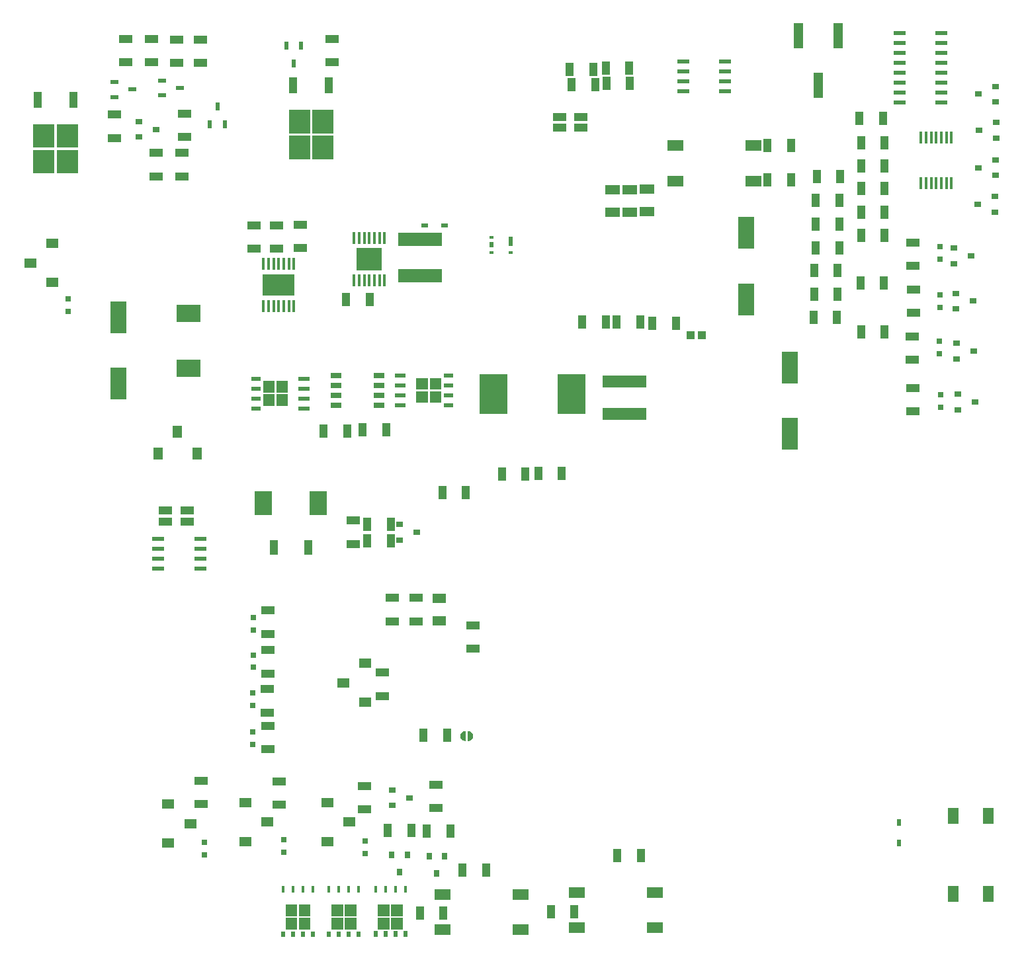
<source format=gtp>
G04*
G04 #@! TF.GenerationSoftware,Altium Limited,Altium Designer,22.2.1 (43)*
G04*
G04 Layer_Color=8421504*
%FSLAX25Y25*%
%MOIN*%
G70*
G04*
G04 #@! TF.SameCoordinates,B3CF93AD-5C46-479A-8AA0-F490141B64D1*
G04*
G04*
G04 #@! TF.FilePolarity,Positive*
G04*
G01*
G75*
%ADD16R,0.08268X0.16142*%
%ADD17R,0.04331X0.08268*%
%ADD18R,0.06299X0.04724*%
%ADD19R,0.04724X0.06299*%
%ADD20R,0.08268X0.05512*%
%ADD21R,0.03543X0.03150*%
%ADD22R,0.02362X0.04134*%
%ADD23R,0.03937X0.02362*%
%ADD24R,0.01772X0.05906*%
%ADD25R,0.12598X0.11221*%
%ADD26R,0.01772X0.06299*%
%ADD27R,0.16142X0.10827*%
%ADD28R,0.01772X0.06102*%
%ADD29R,0.05906X0.02362*%
%ADD30R,0.06102X0.02362*%
%ADD31R,0.06299X0.02362*%
%ADD32R,0.05787X0.02559*%
%ADD33R,0.03937X0.07598*%
%ADD34R,0.03347X0.01968*%
%ADD35R,0.06890X0.04331*%
%ADD36R,0.04134X0.07087*%
%ADD37R,0.03937X0.03937*%
%ADD38R,0.04685X0.12992*%
%ADD39R,0.03150X0.03150*%
%ADD40R,0.22047X0.06496*%
%ADD41R,0.22441X0.07087*%
%ADD42R,0.13976X0.20079*%
%ADD43R,0.01575X0.03248*%
%ADD44R,0.01968X0.02953*%
%ADD45R,0.01968X0.05118*%
%ADD46R,0.01968X0.01575*%
%ADD47R,0.08661X0.12402*%
%ADD48R,0.07480X0.05118*%
%ADD49R,0.07087X0.04724*%
%ADD50R,0.01968X0.03347*%
%ADD51R,0.02362X0.03937*%
%ADD52R,0.12402X0.08661*%
%ADD53R,0.03150X0.03543*%
%ADD54R,0.07087X0.04134*%
%ADD55R,0.05512X0.08268*%
G36*
X155318Y417318D02*
X144688D01*
Y429129D01*
X155318D01*
Y417318D01*
D02*
G37*
G36*
X143507D02*
X132877D01*
Y429129D01*
X143507D01*
Y417318D01*
D02*
G37*
G36*
X26575Y410039D02*
X15945D01*
Y421850D01*
X26575D01*
Y410039D01*
D02*
G37*
G36*
X14764D02*
X4134D01*
Y421850D01*
X14764D01*
Y410039D01*
D02*
G37*
G36*
X155318Y404326D02*
X144688D01*
Y416137D01*
X155318D01*
Y404326D01*
D02*
G37*
G36*
X143507D02*
X132877D01*
Y416137D01*
X143507D01*
Y404326D01*
D02*
G37*
G36*
X26575Y397047D02*
X15945D01*
Y408858D01*
X26575D01*
Y397047D01*
D02*
G37*
G36*
X14764D02*
X4134D01*
Y408858D01*
X14764D01*
Y397047D01*
D02*
G37*
G36*
X215554Y294168D02*
X210830D01*
Y296137D01*
X215554D01*
Y294168D01*
D02*
G37*
G36*
X191773Y294168D02*
X186261D01*
Y296137D01*
X191773D01*
Y294168D01*
D02*
G37*
G36*
X143312Y292593D02*
X137800D01*
Y294562D01*
X143312D01*
Y292593D01*
D02*
G37*
G36*
X118743Y292593D02*
X114019D01*
Y294562D01*
X118743D01*
Y292593D01*
D02*
G37*
G36*
X215554Y289168D02*
X210830D01*
Y291137D01*
X215554D01*
Y289168D01*
D02*
G37*
G36*
X191773Y289168D02*
X186261D01*
Y291137D01*
X191773D01*
Y289168D01*
D02*
G37*
G36*
X209747Y288046D02*
X203841D01*
Y293952D01*
X209747D01*
Y288046D01*
D02*
G37*
G36*
X203054D02*
X197149D01*
Y293952D01*
X203054D01*
Y288046D01*
D02*
G37*
G36*
X143312Y287593D02*
X137800D01*
Y289562D01*
X143312D01*
Y287593D01*
D02*
G37*
G36*
X118743Y287593D02*
X114019D01*
Y289562D01*
X118743D01*
Y287593D01*
D02*
G37*
G36*
X132424Y286471D02*
X126519D01*
Y292377D01*
X132424D01*
Y286471D01*
D02*
G37*
G36*
X125731D02*
X119826D01*
Y292377D01*
X125731D01*
Y286471D01*
D02*
G37*
G36*
X215554Y284168D02*
X210830D01*
Y286137D01*
X215554D01*
Y284168D01*
D02*
G37*
G36*
X191773Y284168D02*
X186261D01*
Y286137D01*
X191773D01*
Y284168D01*
D02*
G37*
G36*
X143312Y282593D02*
X137800D01*
Y284562D01*
X143312D01*
Y282593D01*
D02*
G37*
G36*
X118743Y282593D02*
X114019D01*
Y284562D01*
X118743D01*
Y282593D01*
D02*
G37*
G36*
X209747Y281353D02*
X203841D01*
Y287259D01*
X209747D01*
Y281353D01*
D02*
G37*
G36*
X203054D02*
X197149D01*
Y287259D01*
X203054D01*
Y281353D01*
D02*
G37*
G36*
X132424Y279779D02*
X126519D01*
Y285684D01*
X132424D01*
Y279779D01*
D02*
G37*
G36*
X125731D02*
X119826D01*
Y285684D01*
X125731D01*
Y279779D01*
D02*
G37*
G36*
X215554Y279168D02*
X210830D01*
Y281137D01*
X215554D01*
Y279168D01*
D02*
G37*
G36*
X191773Y279168D02*
X186261D01*
Y281137D01*
X191773D01*
Y279168D01*
D02*
G37*
G36*
X143312Y277593D02*
X137800D01*
Y279562D01*
X143312D01*
Y277593D01*
D02*
G37*
G36*
X118743Y277593D02*
X114019D01*
Y279562D01*
X118743D01*
Y277593D01*
D02*
G37*
G36*
X224186Y115748D02*
X225016Y115194D01*
X225570Y114364D01*
X225765Y113386D01*
X225570Y112407D01*
X225016Y111578D01*
X224186Y111023D01*
X223208Y110829D01*
X223005Y110869D01*
X223008Y110886D01*
Y115886D01*
X223010Y115903D01*
X223208Y115943D01*
X224186Y115748D01*
D02*
G37*
G36*
X222006Y115903D02*
X222008Y115886D01*
Y110886D01*
X222010Y110869D01*
X221808Y110829D01*
X220829Y111023D01*
X220000Y111578D01*
X219445Y112407D01*
X219251Y113386D01*
X219445Y114364D01*
X220000Y115194D01*
X220829Y115748D01*
X221808Y115943D01*
X222006Y115903D01*
D02*
G37*
G36*
X190386Y22483D02*
X184481D01*
Y28389D01*
X190386D01*
Y22483D01*
D02*
G37*
G36*
X183693D02*
X177788D01*
Y28389D01*
X183693D01*
Y22483D01*
D02*
G37*
G36*
X166929Y22459D02*
X161024D01*
Y28364D01*
X166929D01*
Y22459D01*
D02*
G37*
G36*
X160236D02*
X154331D01*
Y28364D01*
X160236D01*
Y22459D01*
D02*
G37*
G36*
X143792Y22459D02*
X137886D01*
Y28364D01*
X143792D01*
Y22459D01*
D02*
G37*
G36*
X137099D02*
X131193D01*
Y28364D01*
X137099D01*
Y22459D01*
D02*
G37*
G36*
X190386Y15790D02*
X184481D01*
Y21696D01*
X190386D01*
Y15790D01*
D02*
G37*
G36*
X183693D02*
X177788D01*
Y21696D01*
X183693D01*
Y15790D01*
D02*
G37*
G36*
X166929Y15766D02*
X161024D01*
Y21671D01*
X166929D01*
Y15766D01*
D02*
G37*
G36*
X160236D02*
X154331D01*
Y21671D01*
X160236D01*
Y15766D01*
D02*
G37*
G36*
X143792Y15766D02*
X137886D01*
Y21671D01*
X143792D01*
Y15766D01*
D02*
G37*
G36*
X137099D02*
X131193D01*
Y21671D01*
X137099D01*
Y15766D01*
D02*
G37*
G36*
X192571Y12050D02*
X190603D01*
Y15003D01*
X192571D01*
Y12050D01*
D02*
G37*
G36*
X187571D02*
X185603D01*
Y15003D01*
X187571D01*
Y12050D01*
D02*
G37*
G36*
X182571D02*
X180603D01*
Y15003D01*
X182571D01*
Y12050D01*
D02*
G37*
G36*
X177571D02*
X175603D01*
Y15003D01*
X177571D01*
Y12050D01*
D02*
G37*
G36*
X169114Y12026D02*
X167146D01*
Y14978D01*
X169114D01*
Y12026D01*
D02*
G37*
G36*
X164114D02*
X162146D01*
Y14978D01*
X164114D01*
Y12026D01*
D02*
G37*
G36*
X159114D02*
X157146D01*
Y14978D01*
X159114D01*
Y12026D01*
D02*
G37*
G36*
X154114D02*
X152146D01*
Y14978D01*
X154114D01*
Y12026D01*
D02*
G37*
G36*
X145977Y12026D02*
X144008D01*
Y14978D01*
X145977D01*
Y12026D01*
D02*
G37*
G36*
X140977D02*
X139008D01*
Y14978D01*
X140977D01*
Y12026D01*
D02*
G37*
G36*
X135977D02*
X134008D01*
Y14978D01*
X135977D01*
Y12026D01*
D02*
G37*
G36*
X130977D02*
X129008D01*
Y14978D01*
X130977D01*
Y12026D01*
D02*
G37*
D16*
X46853Y324601D02*
D03*
Y291137D02*
D03*
X363389Y367121D02*
D03*
Y333656D02*
D03*
X385433Y265748D02*
D03*
Y299213D02*
D03*
D17*
X24331Y434252D02*
D03*
X6378D02*
D03*
X153074Y441530D02*
D03*
X135121D02*
D03*
D18*
X83162Y69291D02*
D03*
X72138Y79134D02*
D03*
Y59449D02*
D03*
X2759Y351963D02*
D03*
X13782Y342121D02*
D03*
Y361806D02*
D03*
X111114Y60236D02*
D03*
Y79921D02*
D03*
X122138Y70079D02*
D03*
X152453Y60236D02*
D03*
Y79921D02*
D03*
X163477Y70079D02*
D03*
X171260Y150091D02*
D03*
Y130406D02*
D03*
X160236Y140248D02*
D03*
D19*
X86617Y255901D02*
D03*
X66932D02*
D03*
X76775Y266924D02*
D03*
D20*
X317323Y16732D02*
D03*
X277953D02*
D03*
X317323Y34449D02*
D03*
X277953D02*
D03*
X366932Y393302D02*
D03*
X327562D02*
D03*
X366932Y411019D02*
D03*
X327562D02*
D03*
X249606Y15748D02*
D03*
X210236D02*
D03*
X249606Y33465D02*
D03*
X210236D02*
D03*
D21*
X478743Y281885D02*
D03*
X470082Y277948D02*
D03*
Y285822D02*
D03*
X188586Y220074D02*
D03*
Y212200D02*
D03*
X197247Y216137D02*
D03*
X489373Y414956D02*
D03*
Y422830D02*
D03*
X480712Y418893D02*
D03*
X488979Y433066D02*
D03*
Y440940D02*
D03*
X480318Y437003D02*
D03*
Y399995D02*
D03*
X488979Y403932D02*
D03*
Y396058D02*
D03*
X193701Y82284D02*
D03*
X185039Y78347D02*
D03*
Y86221D02*
D03*
X468113Y359444D02*
D03*
Y351570D02*
D03*
X476775Y355507D02*
D03*
X468901Y336609D02*
D03*
Y328735D02*
D03*
X477562Y332672D02*
D03*
X469294Y311412D02*
D03*
Y303538D02*
D03*
X477956Y307475D02*
D03*
X57480Y423228D02*
D03*
Y415354D02*
D03*
X66142Y419291D02*
D03*
X479924Y381491D02*
D03*
X488586Y385428D02*
D03*
Y377554D02*
D03*
D22*
X93110Y421850D02*
D03*
X100591D02*
D03*
X96850Y430905D02*
D03*
D23*
X78150Y440158D02*
D03*
X69095Y436417D02*
D03*
Y443898D02*
D03*
X45079Y443110D02*
D03*
Y435630D02*
D03*
X54134Y439370D02*
D03*
D24*
X451428Y392318D02*
D03*
X453987D02*
D03*
X456546D02*
D03*
X459105D02*
D03*
X461664D02*
D03*
X464223D02*
D03*
X466782D02*
D03*
Y415153D02*
D03*
X464223D02*
D03*
X461664D02*
D03*
X459105D02*
D03*
X456546D02*
D03*
X453987D02*
D03*
X451428D02*
D03*
D25*
X173428Y353932D02*
D03*
D26*
X165751Y364562D02*
D03*
X168310D02*
D03*
X170869D02*
D03*
X173428D02*
D03*
X175987D02*
D03*
X178546D02*
D03*
X181105D02*
D03*
Y343302D02*
D03*
X178546D02*
D03*
X175987D02*
D03*
X173428D02*
D03*
X170869D02*
D03*
X168310D02*
D03*
X165751D02*
D03*
D27*
X127759Y340940D02*
D03*
D28*
X120082Y351570D02*
D03*
X122641D02*
D03*
X125200D02*
D03*
X127759D02*
D03*
X130318D02*
D03*
X132877D02*
D03*
X135436D02*
D03*
Y330310D02*
D03*
X132877D02*
D03*
X130318D02*
D03*
X127759D02*
D03*
X125200D02*
D03*
X122641D02*
D03*
X120082D02*
D03*
D29*
X331696Y438558D02*
D03*
Y443558D02*
D03*
Y448558D02*
D03*
Y453558D02*
D03*
X352562D02*
D03*
Y448558D02*
D03*
Y443558D02*
D03*
Y438558D02*
D03*
D30*
X66932Y197751D02*
D03*
Y202751D02*
D03*
Y207751D02*
D03*
Y212751D02*
D03*
X88192D02*
D03*
Y207751D02*
D03*
Y202751D02*
D03*
Y197751D02*
D03*
D31*
X440554Y467889D02*
D03*
Y462889D02*
D03*
Y457889D02*
D03*
Y452889D02*
D03*
Y447889D02*
D03*
Y442889D02*
D03*
Y437889D02*
D03*
Y432889D02*
D03*
X461814D02*
D03*
Y437889D02*
D03*
Y442889D02*
D03*
Y447889D02*
D03*
Y452889D02*
D03*
Y457889D02*
D03*
Y462889D02*
D03*
Y467889D02*
D03*
D32*
X156578Y280153D02*
D03*
Y285153D02*
D03*
Y290153D02*
D03*
Y295152D02*
D03*
X178349D02*
D03*
Y290153D02*
D03*
Y285153D02*
D03*
Y280153D02*
D03*
D33*
X125160Y208656D02*
D03*
X142562D02*
D03*
D34*
X201184Y370861D02*
D03*
X211420D02*
D03*
D35*
X70672Y227005D02*
D03*
X81499Y221494D02*
D03*
X70672D02*
D03*
X81499Y227005D02*
D03*
X280118Y420079D02*
D03*
X269291Y425591D02*
D03*
X280118D02*
D03*
X269291Y420079D02*
D03*
D36*
X398428Y359444D02*
D03*
X410239D02*
D03*
X182677Y65748D02*
D03*
X194488D02*
D03*
X214173Y65354D02*
D03*
X202362D02*
D03*
X172444Y220074D02*
D03*
X184255D02*
D03*
X172444Y211806D02*
D03*
X184255D02*
D03*
X200787Y113779D02*
D03*
X212598D02*
D03*
X173625Y333460D02*
D03*
X161814D02*
D03*
X162208Y267318D02*
D03*
X150397D02*
D03*
X181893Y267711D02*
D03*
X170082D02*
D03*
X397247Y324404D02*
D03*
X409058D02*
D03*
X433074Y377554D02*
D03*
X421263D02*
D03*
X409452Y336215D02*
D03*
X397641D02*
D03*
X432286Y424798D02*
D03*
X420475D02*
D03*
X292523Y322042D02*
D03*
X280712D02*
D03*
X309845D02*
D03*
X298034D02*
D03*
X327956Y321649D02*
D03*
X316145D02*
D03*
X385830Y393696D02*
D03*
X374019D02*
D03*
X385830Y411019D02*
D03*
X374019D02*
D03*
X433074Y365743D02*
D03*
X421263D02*
D03*
X421263Y400782D02*
D03*
X433074D02*
D03*
X421263Y317318D02*
D03*
X433074D02*
D03*
X433074Y389365D02*
D03*
X421263D02*
D03*
X409452Y348026D02*
D03*
X397641D02*
D03*
X432680Y341727D02*
D03*
X420869D02*
D03*
X275436Y441732D02*
D03*
X287247D02*
D03*
X304724Y442520D02*
D03*
X292913D02*
D03*
X274410Y449606D02*
D03*
X286221D02*
D03*
X304331Y450000D02*
D03*
X292520D02*
D03*
X222047Y236221D02*
D03*
X210236D02*
D03*
X270472Y245669D02*
D03*
X258661D02*
D03*
X220472Y45669D02*
D03*
X232283D02*
D03*
X210630Y24016D02*
D03*
X198819D02*
D03*
X298425Y53150D02*
D03*
X310236D02*
D03*
X276772Y24946D02*
D03*
X264961D02*
D03*
X240160Y245664D02*
D03*
X251972D02*
D03*
X410633Y395664D02*
D03*
X398822D02*
D03*
X433074Y412593D02*
D03*
X421263D02*
D03*
X398428Y383460D02*
D03*
X410239D02*
D03*
X398428Y371649D02*
D03*
X410239D02*
D03*
D37*
X341142Y315354D02*
D03*
X335236D02*
D03*
D38*
X389609Y466530D02*
D03*
X409609D02*
D03*
X399609Y441334D02*
D03*
D39*
X461420Y279129D02*
D03*
Y285428D02*
D03*
X21656Y327554D02*
D03*
Y333853D02*
D03*
X461027Y335822D02*
D03*
Y329522D02*
D03*
X460633Y312593D02*
D03*
Y306294D02*
D03*
X461027Y360231D02*
D03*
Y353932D02*
D03*
X90158Y59842D02*
D03*
Y53543D02*
D03*
X114567Y109055D02*
D03*
Y115354D02*
D03*
X130315Y61024D02*
D03*
Y54724D02*
D03*
X171260Y60630D02*
D03*
Y54331D02*
D03*
X114567Y128740D02*
D03*
Y135039D02*
D03*
X114961Y154331D02*
D03*
Y148031D02*
D03*
Y166929D02*
D03*
Y173228D02*
D03*
D40*
X301969Y275689D02*
D03*
Y292028D02*
D03*
D41*
X198822Y363774D02*
D03*
Y345664D02*
D03*
D42*
X235830Y285822D02*
D03*
X275200D02*
D03*
D43*
X191587Y36220D02*
D03*
X186587D02*
D03*
X181587D02*
D03*
X176587D02*
D03*
X129992Y36196D02*
D03*
X134992D02*
D03*
X139992D02*
D03*
X144992D02*
D03*
X153130Y36196D02*
D03*
X158130D02*
D03*
X163130D02*
D03*
X168130D02*
D03*
D44*
X235042Y361019D02*
D03*
D45*
X244491Y362987D02*
D03*
D46*
Y357278D02*
D03*
X235042D02*
D03*
Y364759D02*
D03*
D47*
X147641Y230704D02*
D03*
X120082D02*
D03*
D48*
X313389Y389168D02*
D03*
Y377751D02*
D03*
X304727Y388971D02*
D03*
Y377554D02*
D03*
X296066Y388774D02*
D03*
Y377357D02*
D03*
D49*
X208664Y182869D02*
D03*
Y171452D02*
D03*
D50*
X440158Y59449D02*
D03*
Y69685D02*
D03*
D51*
X138979Y461412D02*
D03*
X131499D02*
D03*
X135239Y452357D02*
D03*
D52*
X82286Y298814D02*
D03*
Y326373D02*
D03*
D53*
X192520Y53543D02*
D03*
X184646D02*
D03*
X188583Y44882D02*
D03*
X211417Y52756D02*
D03*
X203543D02*
D03*
X207480Y44094D02*
D03*
D54*
X207087Y77165D02*
D03*
Y88976D02*
D03*
X225590Y169291D02*
D03*
Y157480D02*
D03*
X165354Y210236D02*
D03*
Y222047D02*
D03*
X154727Y464956D02*
D03*
Y453145D02*
D03*
X63783D02*
D03*
Y464956D02*
D03*
X50790Y453145D02*
D03*
Y464956D02*
D03*
X44882Y414961D02*
D03*
Y426772D02*
D03*
X76381Y464562D02*
D03*
Y452751D02*
D03*
X88192Y464562D02*
D03*
Y452751D02*
D03*
X80315Y415354D02*
D03*
Y427165D02*
D03*
X66145Y395664D02*
D03*
Y407475D02*
D03*
X79137Y395664D02*
D03*
Y407475D02*
D03*
X196853Y171255D02*
D03*
Y183066D02*
D03*
X185042D02*
D03*
Y171255D02*
D03*
X115357Y359050D02*
D03*
Y370861D02*
D03*
X126775Y359050D02*
D03*
Y370861D02*
D03*
X138586Y371294D02*
D03*
Y359483D02*
D03*
X447247Y362200D02*
D03*
Y350389D02*
D03*
X447641Y326767D02*
D03*
Y338578D02*
D03*
X446853Y303145D02*
D03*
Y314956D02*
D03*
X88583Y90945D02*
D03*
Y79134D02*
D03*
X122441Y106693D02*
D03*
Y118504D02*
D03*
X127953Y90551D02*
D03*
Y78740D02*
D03*
X170866Y88189D02*
D03*
Y76378D02*
D03*
X122047Y125197D02*
D03*
Y137008D02*
D03*
X122441Y156693D02*
D03*
Y144882D02*
D03*
Y164961D02*
D03*
Y176772D02*
D03*
X179921Y133661D02*
D03*
Y145472D02*
D03*
X447247Y277160D02*
D03*
Y288971D02*
D03*
D55*
X485236Y73228D02*
D03*
Y33858D02*
D03*
X467520Y73228D02*
D03*
Y33858D02*
D03*
M02*

</source>
